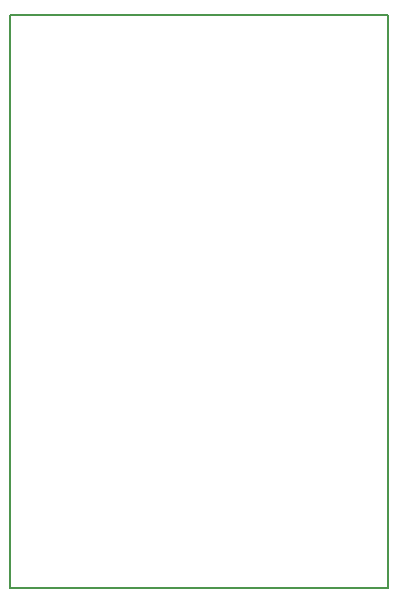
<source format=gbr>
G04 #@! TF.FileFunction,Profile,NP*
%FSLAX46Y46*%
G04 Gerber Fmt 4.6, Leading zero omitted, Abs format (unit mm)*
G04 Created by KiCad (PCBNEW 4.0.4-stable) date 11/23/17 14:52:02*
%MOMM*%
%LPD*%
G01*
G04 APERTURE LIST*
%ADD10C,0.100000*%
%ADD11C,0.150000*%
G04 APERTURE END LIST*
D10*
D11*
X105450000Y-74900000D02*
X113300000Y-74900000D01*
X105450000Y-26390000D02*
X105450000Y-74900000D01*
X112790000Y-26390000D02*
X105450000Y-26390000D01*
X137440000Y-74900000D02*
X112780000Y-74900000D01*
X137440000Y-26380000D02*
X137440000Y-74900000D01*
X112780000Y-26380000D02*
X137440000Y-26380000D01*
M02*

</source>
